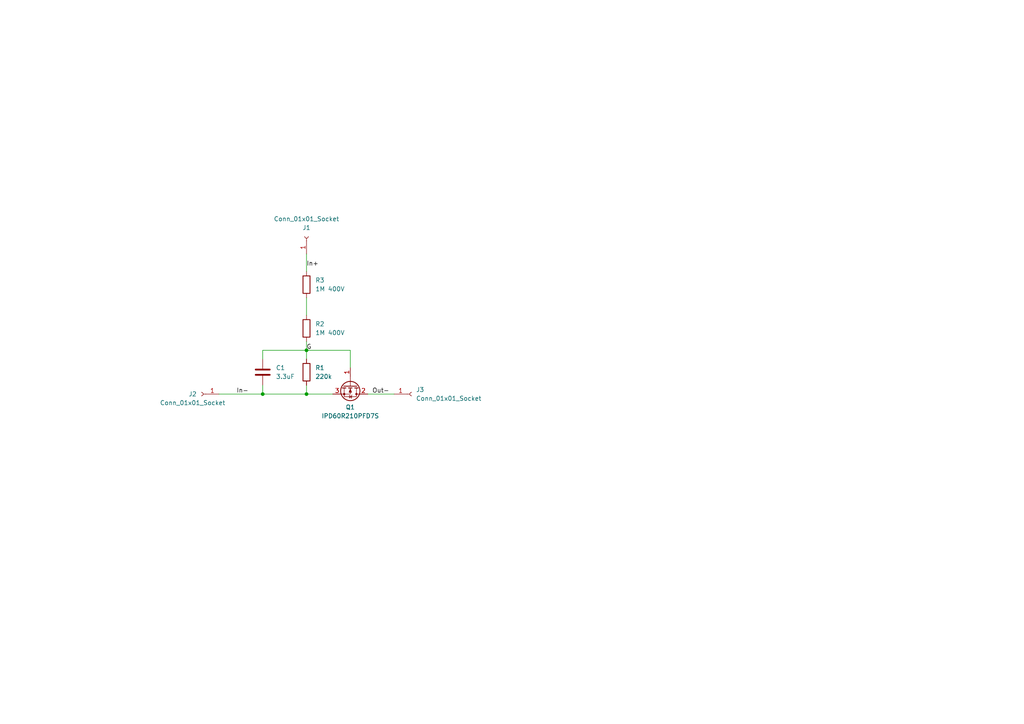
<source format=kicad_sch>
(kicad_sch (version 20250114) (generator "eeschema") (generator_version "9.0")
  (paper "A4")
  (lib_symbols
    (symbol "Connector:Conn_01x01_Socket" (pin_names (offset 1.016) (hide yes))
      (property "Reference" "J" (at 0 2.54 0))
      (property "Value" "Conn_01x01_Socket" (at 0 -2.54 0))
      (symbol "Conn_01x01_Socket_1_1"
        (polyline (pts (xy -1.27 0) (xy -0.508 0)) (stroke (width 0.1524)))
        (arc (start 0 -0.508) (mid -0.5058 0) (end 0 0.508) (stroke (width 0.1524)))
        (pin passive line (at -5.08 0 0) (length 3.81) (name "Pin_1") (number "1"))
      )
    )
    (symbol "Device:C" (pin_numbers (hide yes)) (pin_names (offset 0.254))
      (property "Reference" "C" (at 0.635 2.54 0))
      (property "Value" "C" (at 0.635 -2.54 0))
      (symbol "C_0_1"
        (polyline (pts (xy -2.032 0.762) (xy 2.032 0.762)) (stroke (width 0.508)))
        (polyline (pts (xy -2.032 -0.762) (xy 2.032 -0.762)) (stroke (width 0.508)))
      )
      (symbol "C_1_1"
        (pin passive line (at 0 3.81 270) (length 2.794) (name "~") (number "1"))
        (pin passive line (at 0 -3.81 90) (length 2.794) (name "~") (number "2"))
      )
    )
    (symbol "Device:R" (pin_numbers (hide yes)) (pin_names (offset 0))
      (property "Reference" "R" (at 2.032 0 90))
      (property "Value" "R" (at 0 0 90))
      (symbol "R_0_1"
        (rectangle (start -1.016 -2.54) (end 1.016 2.54) (stroke (width 0.254)))
      )
      (symbol "R_1_1"
        (pin passive line (at 0 3.81 270) (length 1.27) (name "~") (number "1"))
        (pin passive line (at 0 -3.81 90) (length 1.27) (name "~") (number "2"))
      )
    )
    (symbol "Transistor_FET:IPD50R380CE" (pin_names (hide yes))
      (property "Reference" "Q" (at 5.08 1.905 0))
      (property "Value" "IPD50R380CE" (at 5.08 0 0))
      (symbol "IPD50R380CE_0_1"
        (polyline (pts (xy 0.254 1.905) (xy 0.254 -1.905)) (stroke (width 0.254)))
        (polyline (pts (xy 0.254 0) (xy -2.54 0)))
        (polyline (pts (xy 0.762 2.286) (xy 0.762 1.27)) (stroke (width 0.254)))
        (polyline (pts (xy 0.762 0.508) (xy 0.762 -0.508)) (stroke (width 0.254)))
        (polyline (pts (xy 0.762 -1.27) (xy 0.762 -2.286)) (stroke (width 0.254)))
        (polyline (pts (xy 0.762 -1.778) (xy 3.302 -1.778) (xy 3.302 1.778) (xy 0.762 1.778)))
        (polyline (pts (xy 1.016 0) (xy 2.032 0.381) (xy 2.032 -0.381) (xy 1.016 0)) (fill (type outline)))
        (circle (center 1.651 0) (radius 2.794) (stroke (width 0.254)))
        (polyline (pts (xy 2.54 2.54) (xy 2.54 1.778)))
        (circle (center 2.54 1.778) (radius 0.254) (fill (type outline)))
        (circle (center 2.54 -1.778) (radius 0.254) (fill (type outline)))
        (polyline (pts (xy 2.54 -2.54) (xy 2.54 0) (xy 0.762 0)))
        (polyline (pts (xy 2.794 0.508) (xy 2.921 0.381) (xy 3.683 0.381) (xy 3.81 0.254)))
        (polyline (pts (xy 3.302 0.381) (xy 2.921 -0.254) (xy 3.683 -0.254) (xy 3.302 0.381)))
      )
      (symbol "IPD50R380CE_1_1"
        (pin input line (at -5.08 0 0) (length 2.54) (name "G") (number "1"))
        (pin passive line (at 2.54 5.08 270) (length 2.54) (name "D") (number "2"))
        (pin passive line (at 2.54 -5.08 90) (length 2.54) (name "S") (number "3"))
      )
    )
  )
  (junction (at 88.9 114.3))
  (junction (at 76.2 114.3))
  (junction (at 88.9 101.6))
  (wire (pts (xy 76.2 101.6) (xy 88.9 101.6)))
  (wire (pts (xy 101.6 106.68) (xy 101.6 101.6)))
  (wire (pts (xy 76.2 114.3) (xy 88.9 114.3)))
  (wire (pts (xy 63.5 114.3) (xy 76.2 114.3)))
  (wire (pts (xy 88.9 114.3) (xy 96.52 114.3)))
  (wire (pts (xy 76.2 104.14) (xy 76.2 101.6)))
  (wire (pts (xy 88.9 73.66) (xy 88.9 78.74)))
  (wire (pts (xy 88.9 111.76) (xy 88.9 114.3)))
  (wire (pts (xy 88.9 101.6) (xy 88.9 104.14)))
  (wire (pts (xy 106.68 114.3) (xy 114.3 114.3)))
  (wire (pts (xy 101.6 101.6) (xy 88.9 101.6)))
  (wire (pts (xy 76.2 111.76) (xy 76.2 114.3)))
  (wire (pts (xy 88.9 99.06) (xy 88.9 101.6)))
  (wire (pts (xy 88.9 86.36) (xy 88.9 91.44)))
  (label "In-" (at 68.58 114.3 0))
  (label "In+" (at 88.9 77.47 0))
  (label "G" (at 88.9 101.6 0))
  (label "Out-" (at 107.95 114.3 0))
  (symbol (lib_id "Device:C") (at 76.2 107.95 0) (unit 1)
    (property "Reference" "C1" (at 80.01 106.6799 0) (effects (justify left)))
    (property "Value" "3.3uF" (at 80.01 109.2199 0) (effects (justify left)))
    (property "Footprint" "Capacitor_SMD:C_0603_1608Metric" (effects (hide yes)))
    (property "Description" "Unpolarized capacitor" (effects (hide yes)))
  )
  (symbol (lib_id "Device:R") (at 88.9 107.95 0) (unit 1)
    (property "Reference" "R1" (at 91.44 106.6799 0) (effects (justify left)))
    (property "Value" "220k" (at 91.44 109.2199 0) (effects (justify left)))
    (property "Footprint" "Resistor_SMD:R_0603_1608Metric" (effects (hide yes)))
    (property "Description" "Resistor" (effects (hide yes)))
  )
  (symbol (lib_id "Connector:Conn_01x01_Socket") (at 119.38 114.3 0) (unit 1)
    (property "Reference" "J3" (at 120.65 113.0299 0) (effects (justify left)))
    (property "Value" "Conn_01x01_Socket" (at 120.65 115.5699 0) (effects (justify left)))
    (property "Footprint" "Connector_Wire:SolderWire-1.5sqmm_1x01_D1.7mm_OD3.9mm" (effects (hide yes)))
    (property "Description" "Generic connector, single row, 01x01, script generated" (effects (hide yes)))
  )
  (symbol (lib_id "Device:R") (at 88.9 82.55 0) (unit 1)
    (property "Reference" "R3" (at 91.44 81.2799 0) (effects (justify left)))
    (property "Value" "1M 400V" (at 91.44 83.8199 0) (effects (justify left)))
    (property "Footprint" "Resistor_SMD:R_1206_3216Metric" (effects (hide yes)))
    (property "Description" "Resistor" (effects (hide yes)))
  )
  (symbol (lib_id "Connector:Conn_01x01_Socket") (at 58.42 114.3 180) (unit 1)
    (property "Reference" "J2" (at 55.88 114.3 0))
    (property "Value" "Conn_01x01_Socket" (at 55.88 116.84 0))
    (property "Footprint" "Connector_Wire:SolderWire-1.5sqmm_1x01_D1.7mm_OD3.9mm" (effects (hide yes)))
    (property "Description" "Generic connector, single row, 01x01, script generated" (effects (hide yes)))
  )
  (symbol (lib_id "Transistor_FET:IPD50R380CE") (at 101.6 111.76 270) (unit 1)
    (property "Reference" "Q1" (at 101.6 118.11 90))
    (property "Value" "IPD60R210PFD7S" (at 101.6 120.65 90))
    (property "Footprint" "Package_TO_SOT_SMD:TO-252-2" (effects (hide yes)))
    (property "Datasheet" "https://www.mouser.de/datasheet/2/196/Infineon_IPD60R210PFD7S_DataSheet_v02_00_EN-1840644.pdf" (effects (hide yes)))
  )
  (symbol (lib_id "Device:R") (at 88.9 95.25 0) (unit 1)
    (property "Reference" "R2" (at 91.44 93.9799 0) (effects (justify left)))
    (property "Value" "1M 400V" (at 91.44 96.5199 0) (effects (justify left)))
    (property "Footprint" "Resistor_SMD:R_1206_3216Metric" (effects (hide yes)))
    (property "Description" "Resistor" (effects (hide yes)))
  )
  (symbol (lib_id "Connector:Conn_01x01_Socket") (at 88.9 68.58 90) (unit 1)
    (property "Reference" "J1" (at 88.9 66.04 90))
    (property "Value" "Conn_01x01_Socket" (at 88.9 63.5 90))
    (property "Footprint" "Connector_Wire:SolderWire-1.5sqmm_1x01_D1.7mm_OD3.9mm" (effects (hide yes)))
    (property "Description" "Generic connector, single row, 01x01, script generated" (effects (hide yes)))
  )
)
</source>
